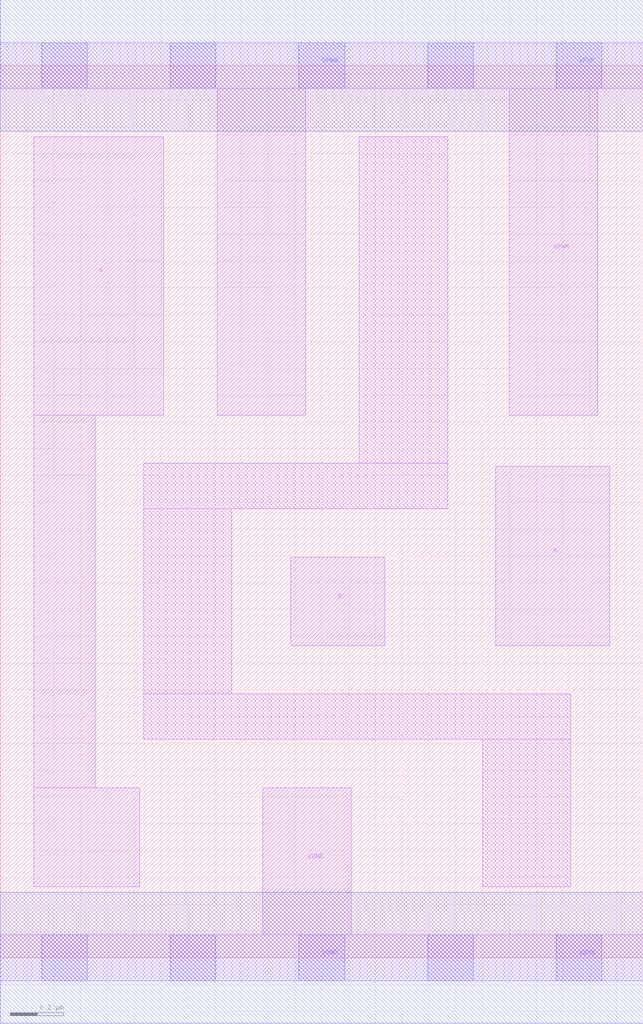
<source format=lef>
# Copyright 2020 The SkyWater PDK Authors
#
# Licensed under the Apache License, Version 2.0 (the "License");
# you may not use this file except in compliance with the License.
# You may obtain a copy of the License at
#
#     https://www.apache.org/licenses/LICENSE-2.0
#
# Unless required by applicable law or agreed to in writing, software
# distributed under the License is distributed on an "AS IS" BASIS,
# WITHOUT WARRANTIES OR CONDITIONS OF ANY KIND, either express or implied.
# See the License for the specific language governing permissions and
# limitations under the License.
#
# SPDX-License-Identifier: Apache-2.0

VERSION 5.7 ;
  NAMESCASESENSITIVE ON ;
  NOWIREEXTENSIONATPIN ON ;
  DIVIDERCHAR "/" ;
  BUSBITCHARS "[]" ;
UNITS
  DATABASE MICRONS 200 ;
END UNITS
MACRO sky130_fd_sc_lp__and2_lp2
  CLASS CORE ;
  SOURCE USER ;
  FOREIGN sky130_fd_sc_lp__and2_lp2 ;
  ORIGIN  0.000000  0.000000 ;
  SIZE  2.400000 BY  3.330000 ;
  SYMMETRY X Y R90 ;
  SITE unit ;
  PIN A
    ANTENNAGATEAREA  0.313000 ;
    DIRECTION INPUT ;
    USE SIGNAL ;
    PORT
      LAYER li1 ;
        RECT 1.850000 1.165000 2.275000 1.835000 ;
    END
  END A
  PIN B
    ANTENNAGATEAREA  0.313000 ;
    DIRECTION INPUT ;
    USE SIGNAL ;
    PORT
      LAYER li1 ;
        RECT 1.085000 1.165000 1.435000 1.495000 ;
    END
  END B
  PIN X
    ANTENNADIFFAREA  0.404700 ;
    DIRECTION OUTPUT ;
    USE SIGNAL ;
    PORT
      LAYER li1 ;
        RECT 0.125000 0.265000 0.520000 0.635000 ;
        RECT 0.125000 0.635000 0.355000 2.025000 ;
        RECT 0.125000 2.025000 0.610000 3.065000 ;
    END
  END X
  PIN VGND
    DIRECTION INOUT ;
    USE GROUND ;
    PORT
      LAYER li1 ;
        RECT 0.000000 -0.085000 2.400000 0.085000 ;
        RECT 0.980000  0.085000 1.310000 0.635000 ;
      LAYER mcon ;
        RECT 0.155000 -0.085000 0.325000 0.085000 ;
        RECT 0.635000 -0.085000 0.805000 0.085000 ;
        RECT 1.115000 -0.085000 1.285000 0.085000 ;
        RECT 1.595000 -0.085000 1.765000 0.085000 ;
        RECT 2.075000 -0.085000 2.245000 0.085000 ;
      LAYER met1 ;
        RECT 0.000000 -0.245000 2.400000 0.245000 ;
    END
  END VGND
  PIN VPWR
    DIRECTION INOUT ;
    USE POWER ;
    PORT
      LAYER li1 ;
        RECT 0.000000 3.245000 2.400000 3.415000 ;
        RECT 0.810000 2.025000 1.140000 3.245000 ;
        RECT 1.900000 2.025000 2.230000 3.245000 ;
      LAYER mcon ;
        RECT 0.155000 3.245000 0.325000 3.415000 ;
        RECT 0.635000 3.245000 0.805000 3.415000 ;
        RECT 1.115000 3.245000 1.285000 3.415000 ;
        RECT 1.595000 3.245000 1.765000 3.415000 ;
        RECT 2.075000 3.245000 2.245000 3.415000 ;
      LAYER met1 ;
        RECT 0.000000 3.085000 2.400000 3.575000 ;
    END
  END VPWR
  OBS
    LAYER li1 ;
      RECT 0.535000 0.815000 2.130000 0.985000 ;
      RECT 0.535000 0.985000 0.865000 1.675000 ;
      RECT 0.535000 1.675000 1.670000 1.845000 ;
      RECT 1.340000 1.845000 1.670000 3.065000 ;
      RECT 1.800000 0.265000 2.130000 0.815000 ;
  END
END sky130_fd_sc_lp__and2_lp2

</source>
